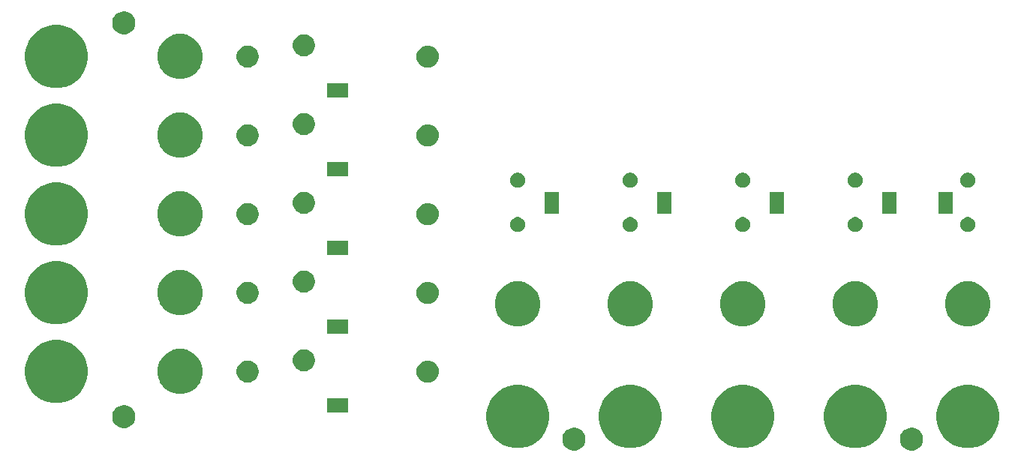
<source format=gbr>
G04 #@! TF.GenerationSoftware,KiCad,Pcbnew,(5.1.4)-1*
G04 #@! TF.CreationDate,2019-09-01T08:56:02+10:00*
G04 #@! TF.ProjectId,RGB BNC,52474220-424e-4432-9e6b-696361645f70,rev?*
G04 #@! TF.SameCoordinates,Original*
G04 #@! TF.FileFunction,Soldermask,Top*
G04 #@! TF.FilePolarity,Negative*
%FSLAX46Y46*%
G04 Gerber Fmt 4.6, Leading zero omitted, Abs format (unit mm)*
G04 Created by KiCad (PCBNEW (5.1.4)-1) date 2019-09-01 08:56:02*
%MOMM*%
%LPD*%
G04 APERTURE LIST*
%ADD10C,0.100000*%
G04 APERTURE END LIST*
D10*
G36*
X155319487Y-121938996D02*
G01*
X155556253Y-122037068D01*
X155556255Y-122037069D01*
X155660142Y-122106484D01*
X155769339Y-122179447D01*
X155950553Y-122360661D01*
X156092932Y-122573747D01*
X156191004Y-122810513D01*
X156241000Y-123061861D01*
X156241000Y-123318139D01*
X156191004Y-123569487D01*
X156147435Y-123674671D01*
X156092931Y-123806255D01*
X155950553Y-124019339D01*
X155769339Y-124200553D01*
X155556255Y-124342931D01*
X155556254Y-124342932D01*
X155556253Y-124342932D01*
X155319487Y-124441004D01*
X155068139Y-124491000D01*
X154811861Y-124491000D01*
X154560513Y-124441004D01*
X154323747Y-124342932D01*
X154323746Y-124342932D01*
X154323745Y-124342931D01*
X154110661Y-124200553D01*
X153929447Y-124019339D01*
X153787069Y-123806255D01*
X153732565Y-123674671D01*
X153688996Y-123569487D01*
X153639000Y-123318139D01*
X153639000Y-123061861D01*
X153688996Y-122810513D01*
X153787068Y-122573747D01*
X153929447Y-122360661D01*
X154110661Y-122179447D01*
X154219858Y-122106484D01*
X154323745Y-122037069D01*
X154323747Y-122037068D01*
X154560513Y-121938996D01*
X154811861Y-121889000D01*
X155068139Y-121889000D01*
X155319487Y-121938996D01*
X155319487Y-121938996D01*
G37*
G36*
X117219487Y-121938996D02*
G01*
X117456253Y-122037068D01*
X117456255Y-122037069D01*
X117560142Y-122106484D01*
X117669339Y-122179447D01*
X117850553Y-122360661D01*
X117992932Y-122573747D01*
X118091004Y-122810513D01*
X118141000Y-123061861D01*
X118141000Y-123318139D01*
X118091004Y-123569487D01*
X118047435Y-123674671D01*
X117992931Y-123806255D01*
X117850553Y-124019339D01*
X117669339Y-124200553D01*
X117456255Y-124342931D01*
X117456254Y-124342932D01*
X117456253Y-124342932D01*
X117219487Y-124441004D01*
X116968139Y-124491000D01*
X116711861Y-124491000D01*
X116460513Y-124441004D01*
X116223747Y-124342932D01*
X116223746Y-124342932D01*
X116223745Y-124342931D01*
X116010661Y-124200553D01*
X115829447Y-124019339D01*
X115687069Y-123806255D01*
X115632565Y-123674671D01*
X115588996Y-123569487D01*
X115539000Y-123318139D01*
X115539000Y-123061861D01*
X115588996Y-122810513D01*
X115687068Y-122573747D01*
X115829447Y-122360661D01*
X116010661Y-122179447D01*
X116119858Y-122106484D01*
X116223745Y-122037069D01*
X116223747Y-122037068D01*
X116460513Y-121938996D01*
X116711861Y-121889000D01*
X116968139Y-121889000D01*
X117219487Y-121938996D01*
X117219487Y-121938996D01*
G37*
G36*
X124225787Y-117235462D02*
G01*
X124265781Y-117252028D01*
X124872029Y-117503144D01*
X125453631Y-117891758D01*
X125948242Y-118386369D01*
X126336856Y-118967971D01*
X126451541Y-119244845D01*
X126604538Y-119614213D01*
X126741000Y-120300256D01*
X126741000Y-120999744D01*
X126604538Y-121685787D01*
X126604537Y-121685789D01*
X126336856Y-122332029D01*
X125948242Y-122913631D01*
X125453631Y-123408242D01*
X124872029Y-123796856D01*
X124415068Y-123986135D01*
X124225787Y-124064538D01*
X123539744Y-124201000D01*
X122840256Y-124201000D01*
X122154213Y-124064538D01*
X121964932Y-123986135D01*
X121507971Y-123796856D01*
X120926369Y-123408242D01*
X120431758Y-122913631D01*
X120043144Y-122332029D01*
X119775463Y-121685789D01*
X119775462Y-121685787D01*
X119639000Y-120999744D01*
X119639000Y-120300256D01*
X119775462Y-119614213D01*
X119928459Y-119244845D01*
X120043144Y-118967971D01*
X120431758Y-118386369D01*
X120926369Y-117891758D01*
X121507971Y-117503144D01*
X122114219Y-117252028D01*
X122154213Y-117235462D01*
X122840256Y-117099000D01*
X123539744Y-117099000D01*
X124225787Y-117235462D01*
X124225787Y-117235462D01*
G37*
G36*
X111525787Y-117235462D02*
G01*
X111565781Y-117252028D01*
X112172029Y-117503144D01*
X112753631Y-117891758D01*
X113248242Y-118386369D01*
X113636856Y-118967971D01*
X113751541Y-119244845D01*
X113904538Y-119614213D01*
X114041000Y-120300256D01*
X114041000Y-120999744D01*
X113904538Y-121685787D01*
X113904537Y-121685789D01*
X113636856Y-122332029D01*
X113248242Y-122913631D01*
X112753631Y-123408242D01*
X112172029Y-123796856D01*
X111715068Y-123986135D01*
X111525787Y-124064538D01*
X110839744Y-124201000D01*
X110140256Y-124201000D01*
X109454213Y-124064538D01*
X109264932Y-123986135D01*
X108807971Y-123796856D01*
X108226369Y-123408242D01*
X107731758Y-122913631D01*
X107343144Y-122332029D01*
X107075463Y-121685789D01*
X107075462Y-121685787D01*
X106939000Y-120999744D01*
X106939000Y-120300256D01*
X107075462Y-119614213D01*
X107228459Y-119244845D01*
X107343144Y-118967971D01*
X107731758Y-118386369D01*
X108226369Y-117891758D01*
X108807971Y-117503144D01*
X109414219Y-117252028D01*
X109454213Y-117235462D01*
X110140256Y-117099000D01*
X110839744Y-117099000D01*
X111525787Y-117235462D01*
X111525787Y-117235462D01*
G37*
G36*
X162325787Y-117235462D02*
G01*
X162365781Y-117252028D01*
X162972029Y-117503144D01*
X163553631Y-117891758D01*
X164048242Y-118386369D01*
X164436856Y-118967971D01*
X164551541Y-119244845D01*
X164704538Y-119614213D01*
X164841000Y-120300256D01*
X164841000Y-120999744D01*
X164704538Y-121685787D01*
X164704537Y-121685789D01*
X164436856Y-122332029D01*
X164048242Y-122913631D01*
X163553631Y-123408242D01*
X162972029Y-123796856D01*
X162515068Y-123986135D01*
X162325787Y-124064538D01*
X161639744Y-124201000D01*
X160940256Y-124201000D01*
X160254213Y-124064538D01*
X160064932Y-123986135D01*
X159607971Y-123796856D01*
X159026369Y-123408242D01*
X158531758Y-122913631D01*
X158143144Y-122332029D01*
X157875463Y-121685789D01*
X157875462Y-121685787D01*
X157739000Y-120999744D01*
X157739000Y-120300256D01*
X157875462Y-119614213D01*
X158028459Y-119244845D01*
X158143144Y-118967971D01*
X158531758Y-118386369D01*
X159026369Y-117891758D01*
X159607971Y-117503144D01*
X160214219Y-117252028D01*
X160254213Y-117235462D01*
X160940256Y-117099000D01*
X161639744Y-117099000D01*
X162325787Y-117235462D01*
X162325787Y-117235462D01*
G37*
G36*
X149625787Y-117235462D02*
G01*
X149665781Y-117252028D01*
X150272029Y-117503144D01*
X150853631Y-117891758D01*
X151348242Y-118386369D01*
X151736856Y-118967971D01*
X151851541Y-119244845D01*
X152004538Y-119614213D01*
X152141000Y-120300256D01*
X152141000Y-120999744D01*
X152004538Y-121685787D01*
X152004537Y-121685789D01*
X151736856Y-122332029D01*
X151348242Y-122913631D01*
X150853631Y-123408242D01*
X150272029Y-123796856D01*
X149815068Y-123986135D01*
X149625787Y-124064538D01*
X148939744Y-124201000D01*
X148240256Y-124201000D01*
X147554213Y-124064538D01*
X147364932Y-123986135D01*
X146907971Y-123796856D01*
X146326369Y-123408242D01*
X145831758Y-122913631D01*
X145443144Y-122332029D01*
X145175463Y-121685789D01*
X145175462Y-121685787D01*
X145039000Y-120999744D01*
X145039000Y-120300256D01*
X145175462Y-119614213D01*
X145328459Y-119244845D01*
X145443144Y-118967971D01*
X145831758Y-118386369D01*
X146326369Y-117891758D01*
X146907971Y-117503144D01*
X147514219Y-117252028D01*
X147554213Y-117235462D01*
X148240256Y-117099000D01*
X148939744Y-117099000D01*
X149625787Y-117235462D01*
X149625787Y-117235462D01*
G37*
G36*
X136925787Y-117235462D02*
G01*
X136965781Y-117252028D01*
X137572029Y-117503144D01*
X138153631Y-117891758D01*
X138648242Y-118386369D01*
X139036856Y-118967971D01*
X139151541Y-119244845D01*
X139304538Y-119614213D01*
X139441000Y-120300256D01*
X139441000Y-120999744D01*
X139304538Y-121685787D01*
X139304537Y-121685789D01*
X139036856Y-122332029D01*
X138648242Y-122913631D01*
X138153631Y-123408242D01*
X137572029Y-123796856D01*
X137115068Y-123986135D01*
X136925787Y-124064538D01*
X136239744Y-124201000D01*
X135540256Y-124201000D01*
X134854213Y-124064538D01*
X134664932Y-123986135D01*
X134207971Y-123796856D01*
X133626369Y-123408242D01*
X133131758Y-122913631D01*
X132743144Y-122332029D01*
X132475463Y-121685789D01*
X132475462Y-121685787D01*
X132339000Y-120999744D01*
X132339000Y-120300256D01*
X132475462Y-119614213D01*
X132628459Y-119244845D01*
X132743144Y-118967971D01*
X133131758Y-118386369D01*
X133626369Y-117891758D01*
X134207971Y-117503144D01*
X134814219Y-117252028D01*
X134854213Y-117235462D01*
X135540256Y-117099000D01*
X136239744Y-117099000D01*
X136925787Y-117235462D01*
X136925787Y-117235462D01*
G37*
G36*
X66419487Y-119398996D02*
G01*
X66656253Y-119497068D01*
X66656255Y-119497069D01*
X66831571Y-119614211D01*
X66869339Y-119639447D01*
X67050553Y-119820661D01*
X67192932Y-120033747D01*
X67291004Y-120270513D01*
X67341000Y-120521861D01*
X67341000Y-120778139D01*
X67291004Y-121029487D01*
X67282643Y-121049671D01*
X67192931Y-121266255D01*
X67050553Y-121479339D01*
X66869339Y-121660553D01*
X66656255Y-121802931D01*
X66656254Y-121802932D01*
X66656253Y-121802932D01*
X66419487Y-121901004D01*
X66168139Y-121951000D01*
X65911861Y-121951000D01*
X65660513Y-121901004D01*
X65423747Y-121802932D01*
X65423746Y-121802932D01*
X65423745Y-121802931D01*
X65210661Y-121660553D01*
X65029447Y-121479339D01*
X64887069Y-121266255D01*
X64797357Y-121049671D01*
X64788996Y-121029487D01*
X64739000Y-120778139D01*
X64739000Y-120521861D01*
X64788996Y-120270513D01*
X64887068Y-120033747D01*
X65029447Y-119820661D01*
X65210661Y-119639447D01*
X65248429Y-119614211D01*
X65423745Y-119497069D01*
X65423747Y-119497068D01*
X65660513Y-119398996D01*
X65911861Y-119349000D01*
X66168139Y-119349000D01*
X66419487Y-119398996D01*
X66419487Y-119398996D01*
G37*
G36*
X91371000Y-120181000D02*
G01*
X88969000Y-120181000D01*
X88969000Y-118579000D01*
X91371000Y-118579000D01*
X91371000Y-120181000D01*
X91371000Y-120181000D01*
G37*
G36*
X59455787Y-112155462D02*
G01*
X59455790Y-112155463D01*
X59455789Y-112155463D01*
X60102029Y-112423144D01*
X60683631Y-112811758D01*
X61178242Y-113306369D01*
X61566856Y-113887971D01*
X61681541Y-114164845D01*
X61834538Y-114534213D01*
X61971000Y-115220256D01*
X61971000Y-115919744D01*
X61834538Y-116605787D01*
X61804369Y-116678622D01*
X61566856Y-117252029D01*
X61178242Y-117833631D01*
X60683631Y-118328242D01*
X60102029Y-118716856D01*
X60023400Y-118749425D01*
X59455787Y-118984538D01*
X58769744Y-119121000D01*
X58070256Y-119121000D01*
X57384213Y-118984538D01*
X56816600Y-118749425D01*
X56737971Y-118716856D01*
X56156369Y-118328242D01*
X55661758Y-117833631D01*
X55273144Y-117252029D01*
X55035631Y-116678622D01*
X55005462Y-116605787D01*
X54869000Y-115919744D01*
X54869000Y-115220256D01*
X55005462Y-114534213D01*
X55158459Y-114164845D01*
X55273144Y-113887971D01*
X55661758Y-113306369D01*
X56156369Y-112811758D01*
X56737971Y-112423144D01*
X57384211Y-112155463D01*
X57384210Y-112155463D01*
X57384213Y-112155462D01*
X58070256Y-112019000D01*
X58769744Y-112019000D01*
X59455787Y-112155462D01*
X59455787Y-112155462D01*
G37*
G36*
X73134098Y-113117033D02*
G01*
X73591199Y-113306370D01*
X73598352Y-113309333D01*
X74016168Y-113588509D01*
X74371491Y-113943832D01*
X74542493Y-114199755D01*
X74650668Y-114361650D01*
X74842967Y-114825902D01*
X74941000Y-115318747D01*
X74941000Y-115821253D01*
X74842967Y-116314098D01*
X74691976Y-116678623D01*
X74650667Y-116778352D01*
X74371491Y-117196168D01*
X74016168Y-117551491D01*
X73598352Y-117830667D01*
X73598351Y-117830668D01*
X73598350Y-117830668D01*
X73134098Y-118022967D01*
X72641253Y-118121000D01*
X72138747Y-118121000D01*
X71645902Y-118022967D01*
X71181650Y-117830668D01*
X71181649Y-117830668D01*
X71181648Y-117830667D01*
X70763832Y-117551491D01*
X70408509Y-117196168D01*
X70129333Y-116778352D01*
X70088024Y-116678623D01*
X69937033Y-116314098D01*
X69839000Y-115821253D01*
X69839000Y-115318747D01*
X69937033Y-114825902D01*
X70129332Y-114361650D01*
X70237507Y-114199755D01*
X70408509Y-113943832D01*
X70763832Y-113588509D01*
X71181648Y-113309333D01*
X71188801Y-113306370D01*
X71645902Y-113117033D01*
X72138747Y-113019000D01*
X72641253Y-113019000D01*
X73134098Y-113117033D01*
X73134098Y-113117033D01*
G37*
G36*
X100575239Y-114337101D02*
G01*
X100811053Y-114408634D01*
X101028381Y-114524799D01*
X101218871Y-114681129D01*
X101375201Y-114871619D01*
X101491366Y-115088947D01*
X101562899Y-115324761D01*
X101587053Y-115570000D01*
X101562899Y-115815239D01*
X101491366Y-116051053D01*
X101375201Y-116268381D01*
X101218871Y-116458871D01*
X101028381Y-116615201D01*
X100811053Y-116731366D01*
X100575239Y-116802899D01*
X100391457Y-116821000D01*
X100268543Y-116821000D01*
X100084761Y-116802899D01*
X99848947Y-116731366D01*
X99631619Y-116615201D01*
X99441129Y-116458871D01*
X99284799Y-116268381D01*
X99168634Y-116051053D01*
X99097101Y-115815239D01*
X99072947Y-115570000D01*
X99097101Y-115324761D01*
X99168634Y-115088947D01*
X99284799Y-114871619D01*
X99441129Y-114681129D01*
X99631619Y-114524799D01*
X99848947Y-114408634D01*
X100084761Y-114337101D01*
X100268543Y-114319000D01*
X100391457Y-114319000D01*
X100575239Y-114337101D01*
X100575239Y-114337101D01*
G37*
G36*
X80374903Y-114367075D02*
G01*
X80510433Y-114423213D01*
X80602571Y-114461378D01*
X80807466Y-114598285D01*
X80981715Y-114772534D01*
X81118622Y-114977429D01*
X81212925Y-115205097D01*
X81261000Y-115446787D01*
X81261000Y-115693213D01*
X81212925Y-115934903D01*
X81118622Y-116162571D01*
X80981715Y-116367466D01*
X80807466Y-116541715D01*
X80602571Y-116678622D01*
X80602570Y-116678623D01*
X80602569Y-116678623D01*
X80374903Y-116772925D01*
X80133214Y-116821000D01*
X79886786Y-116821000D01*
X79645097Y-116772925D01*
X79417431Y-116678623D01*
X79417430Y-116678623D01*
X79417429Y-116678622D01*
X79212534Y-116541715D01*
X79038285Y-116367466D01*
X78901378Y-116162571D01*
X78807075Y-115934903D01*
X78759000Y-115693213D01*
X78759000Y-115446787D01*
X78807075Y-115205097D01*
X78901378Y-114977429D01*
X79038285Y-114772534D01*
X79212534Y-114598285D01*
X79417429Y-114461378D01*
X79509568Y-114423213D01*
X79645097Y-114367075D01*
X79886786Y-114319000D01*
X80133214Y-114319000D01*
X80374903Y-114367075D01*
X80374903Y-114367075D01*
G37*
G36*
X86621727Y-113076552D02*
G01*
X86724903Y-113097075D01*
X86952571Y-113191378D01*
X87157466Y-113328285D01*
X87331715Y-113502534D01*
X87443228Y-113669425D01*
X87468623Y-113707431D01*
X87562925Y-113935097D01*
X87611000Y-114176786D01*
X87611000Y-114423214D01*
X87562925Y-114664903D01*
X87468622Y-114892571D01*
X87331715Y-115097466D01*
X87157466Y-115271715D01*
X86952571Y-115408622D01*
X86952570Y-115408623D01*
X86952569Y-115408623D01*
X86724903Y-115502925D01*
X86483214Y-115551000D01*
X86236786Y-115551000D01*
X85995097Y-115502925D01*
X85767431Y-115408623D01*
X85767430Y-115408623D01*
X85767429Y-115408622D01*
X85562534Y-115271715D01*
X85388285Y-115097466D01*
X85251378Y-114892571D01*
X85157075Y-114664903D01*
X85109000Y-114423214D01*
X85109000Y-114176786D01*
X85157075Y-113935097D01*
X85251377Y-113707431D01*
X85276772Y-113669425D01*
X85388285Y-113502534D01*
X85562534Y-113328285D01*
X85767429Y-113191378D01*
X85995097Y-113097075D01*
X86098273Y-113076552D01*
X86236786Y-113049000D01*
X86483214Y-113049000D01*
X86621727Y-113076552D01*
X86621727Y-113076552D01*
G37*
G36*
X91371000Y-111291000D02*
G01*
X88969000Y-111291000D01*
X88969000Y-109689000D01*
X91371000Y-109689000D01*
X91371000Y-111291000D01*
X91371000Y-111291000D01*
G37*
G36*
X149334098Y-105497033D02*
G01*
X149798350Y-105689332D01*
X149798352Y-105689333D01*
X150216168Y-105968509D01*
X150571491Y-106323832D01*
X150850667Y-106741648D01*
X150850668Y-106741650D01*
X151042967Y-107205902D01*
X151141000Y-107698747D01*
X151141000Y-108201253D01*
X151042967Y-108694098D01*
X150861182Y-109132966D01*
X150850667Y-109158352D01*
X150571491Y-109576168D01*
X150216168Y-109931491D01*
X149798352Y-110210667D01*
X149798351Y-110210668D01*
X149798350Y-110210668D01*
X149334098Y-110402967D01*
X148841253Y-110501000D01*
X148338747Y-110501000D01*
X147845902Y-110402967D01*
X147381650Y-110210668D01*
X147381649Y-110210668D01*
X147381648Y-110210667D01*
X146963832Y-109931491D01*
X146608509Y-109576168D01*
X146329333Y-109158352D01*
X146318818Y-109132966D01*
X146137033Y-108694098D01*
X146039000Y-108201253D01*
X146039000Y-107698747D01*
X146137033Y-107205902D01*
X146329332Y-106741650D01*
X146329333Y-106741648D01*
X146608509Y-106323832D01*
X146963832Y-105968509D01*
X147381648Y-105689333D01*
X147381650Y-105689332D01*
X147845902Y-105497033D01*
X148338747Y-105399000D01*
X148841253Y-105399000D01*
X149334098Y-105497033D01*
X149334098Y-105497033D01*
G37*
G36*
X111234098Y-105497033D02*
G01*
X111698350Y-105689332D01*
X111698352Y-105689333D01*
X112116168Y-105968509D01*
X112471491Y-106323832D01*
X112750667Y-106741648D01*
X112750668Y-106741650D01*
X112942967Y-107205902D01*
X113041000Y-107698747D01*
X113041000Y-108201253D01*
X112942967Y-108694098D01*
X112761182Y-109132966D01*
X112750667Y-109158352D01*
X112471491Y-109576168D01*
X112116168Y-109931491D01*
X111698352Y-110210667D01*
X111698351Y-110210668D01*
X111698350Y-110210668D01*
X111234098Y-110402967D01*
X110741253Y-110501000D01*
X110238747Y-110501000D01*
X109745902Y-110402967D01*
X109281650Y-110210668D01*
X109281649Y-110210668D01*
X109281648Y-110210667D01*
X108863832Y-109931491D01*
X108508509Y-109576168D01*
X108229333Y-109158352D01*
X108218818Y-109132966D01*
X108037033Y-108694098D01*
X107939000Y-108201253D01*
X107939000Y-107698747D01*
X108037033Y-107205902D01*
X108229332Y-106741650D01*
X108229333Y-106741648D01*
X108508509Y-106323832D01*
X108863832Y-105968509D01*
X109281648Y-105689333D01*
X109281650Y-105689332D01*
X109745902Y-105497033D01*
X110238747Y-105399000D01*
X110741253Y-105399000D01*
X111234098Y-105497033D01*
X111234098Y-105497033D01*
G37*
G36*
X123934098Y-105497033D02*
G01*
X124398350Y-105689332D01*
X124398352Y-105689333D01*
X124816168Y-105968509D01*
X125171491Y-106323832D01*
X125450667Y-106741648D01*
X125450668Y-106741650D01*
X125642967Y-107205902D01*
X125741000Y-107698747D01*
X125741000Y-108201253D01*
X125642967Y-108694098D01*
X125461182Y-109132966D01*
X125450667Y-109158352D01*
X125171491Y-109576168D01*
X124816168Y-109931491D01*
X124398352Y-110210667D01*
X124398351Y-110210668D01*
X124398350Y-110210668D01*
X123934098Y-110402967D01*
X123441253Y-110501000D01*
X122938747Y-110501000D01*
X122445902Y-110402967D01*
X121981650Y-110210668D01*
X121981649Y-110210668D01*
X121981648Y-110210667D01*
X121563832Y-109931491D01*
X121208509Y-109576168D01*
X120929333Y-109158352D01*
X120918818Y-109132966D01*
X120737033Y-108694098D01*
X120639000Y-108201253D01*
X120639000Y-107698747D01*
X120737033Y-107205902D01*
X120929332Y-106741650D01*
X120929333Y-106741648D01*
X121208509Y-106323832D01*
X121563832Y-105968509D01*
X121981648Y-105689333D01*
X121981650Y-105689332D01*
X122445902Y-105497033D01*
X122938747Y-105399000D01*
X123441253Y-105399000D01*
X123934098Y-105497033D01*
X123934098Y-105497033D01*
G37*
G36*
X136634098Y-105497033D02*
G01*
X137098350Y-105689332D01*
X137098352Y-105689333D01*
X137516168Y-105968509D01*
X137871491Y-106323832D01*
X138150667Y-106741648D01*
X138150668Y-106741650D01*
X138342967Y-107205902D01*
X138441000Y-107698747D01*
X138441000Y-108201253D01*
X138342967Y-108694098D01*
X138161182Y-109132966D01*
X138150667Y-109158352D01*
X137871491Y-109576168D01*
X137516168Y-109931491D01*
X137098352Y-110210667D01*
X137098351Y-110210668D01*
X137098350Y-110210668D01*
X136634098Y-110402967D01*
X136141253Y-110501000D01*
X135638747Y-110501000D01*
X135145902Y-110402967D01*
X134681650Y-110210668D01*
X134681649Y-110210668D01*
X134681648Y-110210667D01*
X134263832Y-109931491D01*
X133908509Y-109576168D01*
X133629333Y-109158352D01*
X133618818Y-109132966D01*
X133437033Y-108694098D01*
X133339000Y-108201253D01*
X133339000Y-107698747D01*
X133437033Y-107205902D01*
X133629332Y-106741650D01*
X133629333Y-106741648D01*
X133908509Y-106323832D01*
X134263832Y-105968509D01*
X134681648Y-105689333D01*
X134681650Y-105689332D01*
X135145902Y-105497033D01*
X135638747Y-105399000D01*
X136141253Y-105399000D01*
X136634098Y-105497033D01*
X136634098Y-105497033D01*
G37*
G36*
X162034098Y-105497033D02*
G01*
X162498350Y-105689332D01*
X162498352Y-105689333D01*
X162916168Y-105968509D01*
X163271491Y-106323832D01*
X163550667Y-106741648D01*
X163550668Y-106741650D01*
X163742967Y-107205902D01*
X163841000Y-107698747D01*
X163841000Y-108201253D01*
X163742967Y-108694098D01*
X163561182Y-109132966D01*
X163550667Y-109158352D01*
X163271491Y-109576168D01*
X162916168Y-109931491D01*
X162498352Y-110210667D01*
X162498351Y-110210668D01*
X162498350Y-110210668D01*
X162034098Y-110402967D01*
X161541253Y-110501000D01*
X161038747Y-110501000D01*
X160545902Y-110402967D01*
X160081650Y-110210668D01*
X160081649Y-110210668D01*
X160081648Y-110210667D01*
X159663832Y-109931491D01*
X159308509Y-109576168D01*
X159029333Y-109158352D01*
X159018818Y-109132966D01*
X158837033Y-108694098D01*
X158739000Y-108201253D01*
X158739000Y-107698747D01*
X158837033Y-107205902D01*
X159029332Y-106741650D01*
X159029333Y-106741648D01*
X159308509Y-106323832D01*
X159663832Y-105968509D01*
X160081648Y-105689333D01*
X160081650Y-105689332D01*
X160545902Y-105497033D01*
X161038747Y-105399000D01*
X161541253Y-105399000D01*
X162034098Y-105497033D01*
X162034098Y-105497033D01*
G37*
G36*
X59455787Y-103265462D02*
G01*
X59455790Y-103265463D01*
X59455789Y-103265463D01*
X60102029Y-103533144D01*
X60683631Y-103921758D01*
X61178242Y-104416369D01*
X61566856Y-104997971D01*
X61681541Y-105274845D01*
X61834538Y-105644213D01*
X61971000Y-106330256D01*
X61971000Y-107029744D01*
X61834538Y-107715787D01*
X61826012Y-107736371D01*
X61566856Y-108362029D01*
X61178242Y-108943631D01*
X60683631Y-109438242D01*
X60102029Y-109826856D01*
X59645068Y-110016135D01*
X59455787Y-110094538D01*
X58769744Y-110231000D01*
X58070256Y-110231000D01*
X57384213Y-110094538D01*
X57194932Y-110016135D01*
X56737971Y-109826856D01*
X56156369Y-109438242D01*
X55661758Y-108943631D01*
X55273144Y-108362029D01*
X55013988Y-107736371D01*
X55005462Y-107715787D01*
X54869000Y-107029744D01*
X54869000Y-106330256D01*
X55005462Y-105644213D01*
X55158459Y-105274845D01*
X55273144Y-104997971D01*
X55661758Y-104416369D01*
X56156369Y-103921758D01*
X56737971Y-103533144D01*
X57384211Y-103265463D01*
X57384210Y-103265463D01*
X57384213Y-103265462D01*
X58070256Y-103129000D01*
X58769744Y-103129000D01*
X59455787Y-103265462D01*
X59455787Y-103265462D01*
G37*
G36*
X73134098Y-104227033D02*
G01*
X73591199Y-104416370D01*
X73598352Y-104419333D01*
X74016168Y-104698509D01*
X74371491Y-105053832D01*
X74542493Y-105309755D01*
X74650668Y-105471650D01*
X74842967Y-105935902D01*
X74941000Y-106428747D01*
X74941000Y-106931253D01*
X74842967Y-107424098D01*
X74691976Y-107788623D01*
X74650667Y-107888352D01*
X74371491Y-108306168D01*
X74016168Y-108661491D01*
X73598352Y-108940667D01*
X73598351Y-108940668D01*
X73598350Y-108940668D01*
X73134098Y-109132967D01*
X72641253Y-109231000D01*
X72138747Y-109231000D01*
X71645902Y-109132967D01*
X71181650Y-108940668D01*
X71181649Y-108940668D01*
X71181648Y-108940667D01*
X70763832Y-108661491D01*
X70408509Y-108306168D01*
X70129333Y-107888352D01*
X70088024Y-107788623D01*
X69937033Y-107424098D01*
X69839000Y-106931253D01*
X69839000Y-106428747D01*
X69937033Y-105935902D01*
X70129332Y-105471650D01*
X70237507Y-105309755D01*
X70408509Y-105053832D01*
X70763832Y-104698509D01*
X71181648Y-104419333D01*
X71188801Y-104416370D01*
X71645902Y-104227033D01*
X72138747Y-104129000D01*
X72641253Y-104129000D01*
X73134098Y-104227033D01*
X73134098Y-104227033D01*
G37*
G36*
X100575239Y-105447101D02*
G01*
X100811053Y-105518634D01*
X101028381Y-105634799D01*
X101218871Y-105791129D01*
X101375201Y-105981619D01*
X101491366Y-106198947D01*
X101562899Y-106434761D01*
X101587053Y-106680000D01*
X101562899Y-106925239D01*
X101491366Y-107161053D01*
X101375201Y-107378381D01*
X101218871Y-107568871D01*
X101028381Y-107725201D01*
X100811053Y-107841366D01*
X100575239Y-107912899D01*
X100391457Y-107931000D01*
X100268543Y-107931000D01*
X100084761Y-107912899D01*
X99848947Y-107841366D01*
X99631619Y-107725201D01*
X99441129Y-107568871D01*
X99284799Y-107378381D01*
X99168634Y-107161053D01*
X99097101Y-106925239D01*
X99072947Y-106680000D01*
X99097101Y-106434761D01*
X99168634Y-106198947D01*
X99284799Y-105981619D01*
X99441129Y-105791129D01*
X99631619Y-105634799D01*
X99848947Y-105518634D01*
X100084761Y-105447101D01*
X100268543Y-105429000D01*
X100391457Y-105429000D01*
X100575239Y-105447101D01*
X100575239Y-105447101D01*
G37*
G36*
X80374903Y-105477075D02*
G01*
X80510433Y-105533213D01*
X80602571Y-105571378D01*
X80807466Y-105708285D01*
X80981715Y-105882534D01*
X81118622Y-106087429D01*
X81118623Y-106087431D01*
X81212925Y-106315097D01*
X81261000Y-106556786D01*
X81261000Y-106803214D01*
X81215941Y-107029743D01*
X81212925Y-107044903D01*
X81118622Y-107272571D01*
X80981715Y-107477466D01*
X80807466Y-107651715D01*
X80602571Y-107788622D01*
X80602570Y-107788623D01*
X80602569Y-107788623D01*
X80374903Y-107882925D01*
X80133214Y-107931000D01*
X79886786Y-107931000D01*
X79645097Y-107882925D01*
X79417431Y-107788623D01*
X79417430Y-107788623D01*
X79417429Y-107788622D01*
X79212534Y-107651715D01*
X79038285Y-107477466D01*
X78901378Y-107272571D01*
X78807075Y-107044903D01*
X78804059Y-107029743D01*
X78759000Y-106803214D01*
X78759000Y-106556786D01*
X78807075Y-106315097D01*
X78901377Y-106087431D01*
X78901378Y-106087429D01*
X79038285Y-105882534D01*
X79212534Y-105708285D01*
X79417429Y-105571378D01*
X79509568Y-105533213D01*
X79645097Y-105477075D01*
X79886786Y-105429000D01*
X80133214Y-105429000D01*
X80374903Y-105477075D01*
X80374903Y-105477075D01*
G37*
G36*
X86621727Y-104186552D02*
G01*
X86724903Y-104207075D01*
X86952571Y-104301378D01*
X87157466Y-104438285D01*
X87331715Y-104612534D01*
X87443228Y-104779425D01*
X87468623Y-104817431D01*
X87562925Y-105045097D01*
X87611000Y-105286786D01*
X87611000Y-105533214D01*
X87562925Y-105774903D01*
X87468622Y-106002571D01*
X87331715Y-106207466D01*
X87157466Y-106381715D01*
X86952571Y-106518622D01*
X86952570Y-106518623D01*
X86952569Y-106518623D01*
X86724903Y-106612925D01*
X86483214Y-106661000D01*
X86236786Y-106661000D01*
X85995097Y-106612925D01*
X85767431Y-106518623D01*
X85767430Y-106518623D01*
X85767429Y-106518622D01*
X85562534Y-106381715D01*
X85388285Y-106207466D01*
X85251378Y-106002571D01*
X85157075Y-105774903D01*
X85109000Y-105533214D01*
X85109000Y-105286786D01*
X85157075Y-105045097D01*
X85251377Y-104817431D01*
X85276772Y-104779425D01*
X85388285Y-104612534D01*
X85562534Y-104438285D01*
X85767429Y-104301378D01*
X85995097Y-104207075D01*
X86098273Y-104186552D01*
X86236786Y-104159000D01*
X86483214Y-104159000D01*
X86621727Y-104186552D01*
X86621727Y-104186552D01*
G37*
G36*
X91371000Y-102401000D02*
G01*
X88969000Y-102401000D01*
X88969000Y-100799000D01*
X91371000Y-100799000D01*
X91371000Y-102401000D01*
X91371000Y-102401000D01*
G37*
G36*
X59455787Y-94375462D02*
G01*
X59645068Y-94453865D01*
X60102029Y-94643144D01*
X60683631Y-95031758D01*
X61178242Y-95526369D01*
X61566856Y-96107971D01*
X61681541Y-96384845D01*
X61834538Y-96754213D01*
X61971000Y-97440256D01*
X61971000Y-98139744D01*
X61834538Y-98825787D01*
X61805378Y-98896185D01*
X61566856Y-99472029D01*
X61178242Y-100053631D01*
X60683631Y-100548242D01*
X60102029Y-100936856D01*
X59645068Y-101126135D01*
X59455787Y-101204538D01*
X58769744Y-101341000D01*
X58070256Y-101341000D01*
X57384213Y-101204538D01*
X57194932Y-101126135D01*
X56737971Y-100936856D01*
X56156369Y-100548242D01*
X55661758Y-100053631D01*
X55273144Y-99472029D01*
X55034622Y-98896185D01*
X55005462Y-98825787D01*
X54869000Y-98139744D01*
X54869000Y-97440256D01*
X55005462Y-96754213D01*
X55158459Y-96384845D01*
X55273144Y-96107971D01*
X55661758Y-95526369D01*
X56156369Y-95031758D01*
X56737971Y-94643144D01*
X57194932Y-94453865D01*
X57384213Y-94375462D01*
X58070256Y-94239000D01*
X58769744Y-94239000D01*
X59455787Y-94375462D01*
X59455787Y-94375462D01*
G37*
G36*
X73134098Y-95337033D02*
G01*
X73591199Y-95526370D01*
X73598352Y-95529333D01*
X74016168Y-95808509D01*
X74371491Y-96163832D01*
X74542493Y-96419755D01*
X74650668Y-96581650D01*
X74842967Y-97045902D01*
X74941000Y-97538747D01*
X74941000Y-98041253D01*
X74842967Y-98534098D01*
X74691976Y-98898623D01*
X74650667Y-98998352D01*
X74371491Y-99416168D01*
X74016168Y-99771491D01*
X73598352Y-100050667D01*
X73598351Y-100050668D01*
X73598350Y-100050668D01*
X73134098Y-100242967D01*
X72641253Y-100341000D01*
X72138747Y-100341000D01*
X71645902Y-100242967D01*
X71181650Y-100050668D01*
X71181649Y-100050668D01*
X71181648Y-100050667D01*
X70763832Y-99771491D01*
X70408509Y-99416168D01*
X70129333Y-98998352D01*
X70088024Y-98898623D01*
X69937033Y-98534098D01*
X69839000Y-98041253D01*
X69839000Y-97538747D01*
X69937033Y-97045902D01*
X70129332Y-96581650D01*
X70237507Y-96419755D01*
X70408509Y-96163832D01*
X70763832Y-95808509D01*
X71181648Y-95529333D01*
X71188801Y-95526370D01*
X71645902Y-95337033D01*
X72138747Y-95239000D01*
X72641253Y-95239000D01*
X73134098Y-95337033D01*
X73134098Y-95337033D01*
G37*
G36*
X123438228Y-98161703D02*
G01*
X123593100Y-98225853D01*
X123732481Y-98318985D01*
X123851015Y-98437519D01*
X123944147Y-98576900D01*
X124008297Y-98731772D01*
X124041000Y-98896184D01*
X124041000Y-99063816D01*
X124008297Y-99228228D01*
X123944147Y-99383100D01*
X123851015Y-99522481D01*
X123732481Y-99641015D01*
X123593100Y-99734147D01*
X123438228Y-99798297D01*
X123273816Y-99831000D01*
X123106184Y-99831000D01*
X122941772Y-99798297D01*
X122786900Y-99734147D01*
X122647519Y-99641015D01*
X122528985Y-99522481D01*
X122435853Y-99383100D01*
X122371703Y-99228228D01*
X122339000Y-99063816D01*
X122339000Y-98896184D01*
X122371703Y-98731772D01*
X122435853Y-98576900D01*
X122528985Y-98437519D01*
X122647519Y-98318985D01*
X122786900Y-98225853D01*
X122941772Y-98161703D01*
X123106184Y-98129000D01*
X123273816Y-98129000D01*
X123438228Y-98161703D01*
X123438228Y-98161703D01*
G37*
G36*
X148838228Y-98161703D02*
G01*
X148993100Y-98225853D01*
X149132481Y-98318985D01*
X149251015Y-98437519D01*
X149344147Y-98576900D01*
X149408297Y-98731772D01*
X149441000Y-98896184D01*
X149441000Y-99063816D01*
X149408297Y-99228228D01*
X149344147Y-99383100D01*
X149251015Y-99522481D01*
X149132481Y-99641015D01*
X148993100Y-99734147D01*
X148838228Y-99798297D01*
X148673816Y-99831000D01*
X148506184Y-99831000D01*
X148341772Y-99798297D01*
X148186900Y-99734147D01*
X148047519Y-99641015D01*
X147928985Y-99522481D01*
X147835853Y-99383100D01*
X147771703Y-99228228D01*
X147739000Y-99063816D01*
X147739000Y-98896184D01*
X147771703Y-98731772D01*
X147835853Y-98576900D01*
X147928985Y-98437519D01*
X148047519Y-98318985D01*
X148186900Y-98225853D01*
X148341772Y-98161703D01*
X148506184Y-98129000D01*
X148673816Y-98129000D01*
X148838228Y-98161703D01*
X148838228Y-98161703D01*
G37*
G36*
X110738228Y-98161703D02*
G01*
X110893100Y-98225853D01*
X111032481Y-98318985D01*
X111151015Y-98437519D01*
X111244147Y-98576900D01*
X111308297Y-98731772D01*
X111341000Y-98896184D01*
X111341000Y-99063816D01*
X111308297Y-99228228D01*
X111244147Y-99383100D01*
X111151015Y-99522481D01*
X111032481Y-99641015D01*
X110893100Y-99734147D01*
X110738228Y-99798297D01*
X110573816Y-99831000D01*
X110406184Y-99831000D01*
X110241772Y-99798297D01*
X110086900Y-99734147D01*
X109947519Y-99641015D01*
X109828985Y-99522481D01*
X109735853Y-99383100D01*
X109671703Y-99228228D01*
X109639000Y-99063816D01*
X109639000Y-98896184D01*
X109671703Y-98731772D01*
X109735853Y-98576900D01*
X109828985Y-98437519D01*
X109947519Y-98318985D01*
X110086900Y-98225853D01*
X110241772Y-98161703D01*
X110406184Y-98129000D01*
X110573816Y-98129000D01*
X110738228Y-98161703D01*
X110738228Y-98161703D01*
G37*
G36*
X136138228Y-98161703D02*
G01*
X136293100Y-98225853D01*
X136432481Y-98318985D01*
X136551015Y-98437519D01*
X136644147Y-98576900D01*
X136708297Y-98731772D01*
X136741000Y-98896184D01*
X136741000Y-99063816D01*
X136708297Y-99228228D01*
X136644147Y-99383100D01*
X136551015Y-99522481D01*
X136432481Y-99641015D01*
X136293100Y-99734147D01*
X136138228Y-99798297D01*
X135973816Y-99831000D01*
X135806184Y-99831000D01*
X135641772Y-99798297D01*
X135486900Y-99734147D01*
X135347519Y-99641015D01*
X135228985Y-99522481D01*
X135135853Y-99383100D01*
X135071703Y-99228228D01*
X135039000Y-99063816D01*
X135039000Y-98896184D01*
X135071703Y-98731772D01*
X135135853Y-98576900D01*
X135228985Y-98437519D01*
X135347519Y-98318985D01*
X135486900Y-98225853D01*
X135641772Y-98161703D01*
X135806184Y-98129000D01*
X135973816Y-98129000D01*
X136138228Y-98161703D01*
X136138228Y-98161703D01*
G37*
G36*
X161538228Y-98161703D02*
G01*
X161693100Y-98225853D01*
X161832481Y-98318985D01*
X161951015Y-98437519D01*
X162044147Y-98576900D01*
X162108297Y-98731772D01*
X162141000Y-98896184D01*
X162141000Y-99063816D01*
X162108297Y-99228228D01*
X162044147Y-99383100D01*
X161951015Y-99522481D01*
X161832481Y-99641015D01*
X161693100Y-99734147D01*
X161538228Y-99798297D01*
X161373816Y-99831000D01*
X161206184Y-99831000D01*
X161041772Y-99798297D01*
X160886900Y-99734147D01*
X160747519Y-99641015D01*
X160628985Y-99522481D01*
X160535853Y-99383100D01*
X160471703Y-99228228D01*
X160439000Y-99063816D01*
X160439000Y-98896184D01*
X160471703Y-98731772D01*
X160535853Y-98576900D01*
X160628985Y-98437519D01*
X160747519Y-98318985D01*
X160886900Y-98225853D01*
X161041772Y-98161703D01*
X161206184Y-98129000D01*
X161373816Y-98129000D01*
X161538228Y-98161703D01*
X161538228Y-98161703D01*
G37*
G36*
X100575239Y-96557101D02*
G01*
X100811053Y-96628634D01*
X101028381Y-96744799D01*
X101218871Y-96901129D01*
X101375201Y-97091619D01*
X101491366Y-97308947D01*
X101562899Y-97544761D01*
X101587053Y-97790000D01*
X101562899Y-98035239D01*
X101491366Y-98271053D01*
X101375201Y-98488381D01*
X101218871Y-98678871D01*
X101028381Y-98835201D01*
X100811053Y-98951366D01*
X100575239Y-99022899D01*
X100391457Y-99041000D01*
X100268543Y-99041000D01*
X100084761Y-99022899D01*
X99848947Y-98951366D01*
X99631619Y-98835201D01*
X99441129Y-98678871D01*
X99284799Y-98488381D01*
X99168634Y-98271053D01*
X99097101Y-98035239D01*
X99072947Y-97790000D01*
X99097101Y-97544761D01*
X99168634Y-97308947D01*
X99284799Y-97091619D01*
X99441129Y-96901129D01*
X99631619Y-96744799D01*
X99848947Y-96628634D01*
X100084761Y-96557101D01*
X100268543Y-96539000D01*
X100391457Y-96539000D01*
X100575239Y-96557101D01*
X100575239Y-96557101D01*
G37*
G36*
X80374903Y-96587075D02*
G01*
X80510433Y-96643213D01*
X80602571Y-96681378D01*
X80807466Y-96818285D01*
X80981715Y-96992534D01*
X81118622Y-97197429D01*
X81212925Y-97425097D01*
X81261000Y-97666787D01*
X81261000Y-97913213D01*
X81212925Y-98154903D01*
X81118622Y-98382571D01*
X80981715Y-98587466D01*
X80807466Y-98761715D01*
X80602571Y-98898622D01*
X80602570Y-98898623D01*
X80602569Y-98898623D01*
X80374903Y-98992925D01*
X80133214Y-99041000D01*
X79886786Y-99041000D01*
X79645097Y-98992925D01*
X79417431Y-98898623D01*
X79417430Y-98898623D01*
X79417429Y-98898622D01*
X79212534Y-98761715D01*
X79038285Y-98587466D01*
X78901378Y-98382571D01*
X78807075Y-98154903D01*
X78759000Y-97913213D01*
X78759000Y-97666787D01*
X78807075Y-97425097D01*
X78901378Y-97197429D01*
X79038285Y-96992534D01*
X79212534Y-96818285D01*
X79417429Y-96681378D01*
X79509568Y-96643213D01*
X79645097Y-96587075D01*
X79886786Y-96539000D01*
X80133214Y-96539000D01*
X80374903Y-96587075D01*
X80374903Y-96587075D01*
G37*
G36*
X86621727Y-95296552D02*
G01*
X86724903Y-95317075D01*
X86952571Y-95411378D01*
X87157466Y-95548285D01*
X87331715Y-95722534D01*
X87443228Y-95889425D01*
X87468623Y-95927431D01*
X87562925Y-96155097D01*
X87611000Y-96396786D01*
X87611000Y-96643214D01*
X87562925Y-96884903D01*
X87468622Y-97112571D01*
X87331715Y-97317466D01*
X87157466Y-97491715D01*
X86952571Y-97628622D01*
X86952570Y-97628623D01*
X86952569Y-97628623D01*
X86724903Y-97722925D01*
X86483214Y-97771000D01*
X86236786Y-97771000D01*
X85995097Y-97722925D01*
X85767431Y-97628623D01*
X85767430Y-97628623D01*
X85767429Y-97628622D01*
X85562534Y-97491715D01*
X85388285Y-97317466D01*
X85251378Y-97112571D01*
X85157075Y-96884903D01*
X85109000Y-96643214D01*
X85109000Y-96396786D01*
X85157075Y-96155097D01*
X85251377Y-95927431D01*
X85276772Y-95889425D01*
X85388285Y-95722534D01*
X85562534Y-95548285D01*
X85767429Y-95411378D01*
X85995097Y-95317075D01*
X86098273Y-95296552D01*
X86236786Y-95269000D01*
X86483214Y-95269000D01*
X86621727Y-95296552D01*
X86621727Y-95296552D01*
G37*
G36*
X153201000Y-97721000D02*
G01*
X151599000Y-97721000D01*
X151599000Y-95319000D01*
X153201000Y-95319000D01*
X153201000Y-97721000D01*
X153201000Y-97721000D01*
G37*
G36*
X159551000Y-97721000D02*
G01*
X157949000Y-97721000D01*
X157949000Y-95319000D01*
X159551000Y-95319000D01*
X159551000Y-97721000D01*
X159551000Y-97721000D01*
G37*
G36*
X127801000Y-97721000D02*
G01*
X126199000Y-97721000D01*
X126199000Y-95319000D01*
X127801000Y-95319000D01*
X127801000Y-97721000D01*
X127801000Y-97721000D01*
G37*
G36*
X115101000Y-97721000D02*
G01*
X113499000Y-97721000D01*
X113499000Y-95319000D01*
X115101000Y-95319000D01*
X115101000Y-97721000D01*
X115101000Y-97721000D01*
G37*
G36*
X140501000Y-97721000D02*
G01*
X138899000Y-97721000D01*
X138899000Y-95319000D01*
X140501000Y-95319000D01*
X140501000Y-97721000D01*
X140501000Y-97721000D01*
G37*
G36*
X123438228Y-93161703D02*
G01*
X123593100Y-93225853D01*
X123732481Y-93318985D01*
X123851015Y-93437519D01*
X123944147Y-93576900D01*
X124008297Y-93731772D01*
X124041000Y-93896184D01*
X124041000Y-94063816D01*
X124008297Y-94228228D01*
X123944147Y-94383100D01*
X123851015Y-94522481D01*
X123732481Y-94641015D01*
X123593100Y-94734147D01*
X123438228Y-94798297D01*
X123273816Y-94831000D01*
X123106184Y-94831000D01*
X122941772Y-94798297D01*
X122786900Y-94734147D01*
X122647519Y-94641015D01*
X122528985Y-94522481D01*
X122435853Y-94383100D01*
X122371703Y-94228228D01*
X122339000Y-94063816D01*
X122339000Y-93896184D01*
X122371703Y-93731772D01*
X122435853Y-93576900D01*
X122528985Y-93437519D01*
X122647519Y-93318985D01*
X122786900Y-93225853D01*
X122941772Y-93161703D01*
X123106184Y-93129000D01*
X123273816Y-93129000D01*
X123438228Y-93161703D01*
X123438228Y-93161703D01*
G37*
G36*
X148838228Y-93161703D02*
G01*
X148993100Y-93225853D01*
X149132481Y-93318985D01*
X149251015Y-93437519D01*
X149344147Y-93576900D01*
X149408297Y-93731772D01*
X149441000Y-93896184D01*
X149441000Y-94063816D01*
X149408297Y-94228228D01*
X149344147Y-94383100D01*
X149251015Y-94522481D01*
X149132481Y-94641015D01*
X148993100Y-94734147D01*
X148838228Y-94798297D01*
X148673816Y-94831000D01*
X148506184Y-94831000D01*
X148341772Y-94798297D01*
X148186900Y-94734147D01*
X148047519Y-94641015D01*
X147928985Y-94522481D01*
X147835853Y-94383100D01*
X147771703Y-94228228D01*
X147739000Y-94063816D01*
X147739000Y-93896184D01*
X147771703Y-93731772D01*
X147835853Y-93576900D01*
X147928985Y-93437519D01*
X148047519Y-93318985D01*
X148186900Y-93225853D01*
X148341772Y-93161703D01*
X148506184Y-93129000D01*
X148673816Y-93129000D01*
X148838228Y-93161703D01*
X148838228Y-93161703D01*
G37*
G36*
X136138228Y-93161703D02*
G01*
X136293100Y-93225853D01*
X136432481Y-93318985D01*
X136551015Y-93437519D01*
X136644147Y-93576900D01*
X136708297Y-93731772D01*
X136741000Y-93896184D01*
X136741000Y-94063816D01*
X136708297Y-94228228D01*
X136644147Y-94383100D01*
X136551015Y-94522481D01*
X136432481Y-94641015D01*
X136293100Y-94734147D01*
X136138228Y-94798297D01*
X135973816Y-94831000D01*
X135806184Y-94831000D01*
X135641772Y-94798297D01*
X135486900Y-94734147D01*
X135347519Y-94641015D01*
X135228985Y-94522481D01*
X135135853Y-94383100D01*
X135071703Y-94228228D01*
X135039000Y-94063816D01*
X135039000Y-93896184D01*
X135071703Y-93731772D01*
X135135853Y-93576900D01*
X135228985Y-93437519D01*
X135347519Y-93318985D01*
X135486900Y-93225853D01*
X135641772Y-93161703D01*
X135806184Y-93129000D01*
X135973816Y-93129000D01*
X136138228Y-93161703D01*
X136138228Y-93161703D01*
G37*
G36*
X110738228Y-93161703D02*
G01*
X110893100Y-93225853D01*
X111032481Y-93318985D01*
X111151015Y-93437519D01*
X111244147Y-93576900D01*
X111308297Y-93731772D01*
X111341000Y-93896184D01*
X111341000Y-94063816D01*
X111308297Y-94228228D01*
X111244147Y-94383100D01*
X111151015Y-94522481D01*
X111032481Y-94641015D01*
X110893100Y-94734147D01*
X110738228Y-94798297D01*
X110573816Y-94831000D01*
X110406184Y-94831000D01*
X110241772Y-94798297D01*
X110086900Y-94734147D01*
X109947519Y-94641015D01*
X109828985Y-94522481D01*
X109735853Y-94383100D01*
X109671703Y-94228228D01*
X109639000Y-94063816D01*
X109639000Y-93896184D01*
X109671703Y-93731772D01*
X109735853Y-93576900D01*
X109828985Y-93437519D01*
X109947519Y-93318985D01*
X110086900Y-93225853D01*
X110241772Y-93161703D01*
X110406184Y-93129000D01*
X110573816Y-93129000D01*
X110738228Y-93161703D01*
X110738228Y-93161703D01*
G37*
G36*
X161538228Y-93161703D02*
G01*
X161693100Y-93225853D01*
X161832481Y-93318985D01*
X161951015Y-93437519D01*
X162044147Y-93576900D01*
X162108297Y-93731772D01*
X162141000Y-93896184D01*
X162141000Y-94063816D01*
X162108297Y-94228228D01*
X162044147Y-94383100D01*
X161951015Y-94522481D01*
X161832481Y-94641015D01*
X161693100Y-94734147D01*
X161538228Y-94798297D01*
X161373816Y-94831000D01*
X161206184Y-94831000D01*
X161041772Y-94798297D01*
X160886900Y-94734147D01*
X160747519Y-94641015D01*
X160628985Y-94522481D01*
X160535853Y-94383100D01*
X160471703Y-94228228D01*
X160439000Y-94063816D01*
X160439000Y-93896184D01*
X160471703Y-93731772D01*
X160535853Y-93576900D01*
X160628985Y-93437519D01*
X160747519Y-93318985D01*
X160886900Y-93225853D01*
X161041772Y-93161703D01*
X161206184Y-93129000D01*
X161373816Y-93129000D01*
X161538228Y-93161703D01*
X161538228Y-93161703D01*
G37*
G36*
X91371000Y-93511000D02*
G01*
X88969000Y-93511000D01*
X88969000Y-91909000D01*
X91371000Y-91909000D01*
X91371000Y-93511000D01*
X91371000Y-93511000D01*
G37*
G36*
X59455787Y-85485462D02*
G01*
X59455790Y-85485463D01*
X59455789Y-85485463D01*
X60102029Y-85753144D01*
X60683631Y-86141758D01*
X61178242Y-86636369D01*
X61566856Y-87217971D01*
X61681541Y-87494845D01*
X61834538Y-87864213D01*
X61971000Y-88550256D01*
X61971000Y-89249744D01*
X61834538Y-89935787D01*
X61804369Y-90008622D01*
X61566856Y-90582029D01*
X61178242Y-91163631D01*
X60683631Y-91658242D01*
X60102029Y-92046856D01*
X59645068Y-92236135D01*
X59455787Y-92314538D01*
X58769744Y-92451000D01*
X58070256Y-92451000D01*
X57384213Y-92314538D01*
X57194932Y-92236135D01*
X56737971Y-92046856D01*
X56156369Y-91658242D01*
X55661758Y-91163631D01*
X55273144Y-90582029D01*
X55035631Y-90008622D01*
X55005462Y-89935787D01*
X54869000Y-89249744D01*
X54869000Y-88550256D01*
X55005462Y-87864213D01*
X55158459Y-87494845D01*
X55273144Y-87217971D01*
X55661758Y-86636369D01*
X56156369Y-86141758D01*
X56737971Y-85753144D01*
X57384211Y-85485463D01*
X57384210Y-85485463D01*
X57384213Y-85485462D01*
X58070256Y-85349000D01*
X58769744Y-85349000D01*
X59455787Y-85485462D01*
X59455787Y-85485462D01*
G37*
G36*
X73134098Y-86447033D02*
G01*
X73591199Y-86636370D01*
X73598352Y-86639333D01*
X74016168Y-86918509D01*
X74371491Y-87273832D01*
X74542493Y-87529755D01*
X74650668Y-87691650D01*
X74842967Y-88155902D01*
X74941000Y-88648747D01*
X74941000Y-89151253D01*
X74842967Y-89644098D01*
X74691976Y-90008623D01*
X74650667Y-90108352D01*
X74371491Y-90526168D01*
X74016168Y-90881491D01*
X73598352Y-91160667D01*
X73598351Y-91160668D01*
X73598350Y-91160668D01*
X73134098Y-91352967D01*
X72641253Y-91451000D01*
X72138747Y-91451000D01*
X71645902Y-91352967D01*
X71181650Y-91160668D01*
X71181649Y-91160668D01*
X71181648Y-91160667D01*
X70763832Y-90881491D01*
X70408509Y-90526168D01*
X70129333Y-90108352D01*
X70088024Y-90008623D01*
X69937033Y-89644098D01*
X69839000Y-89151253D01*
X69839000Y-88648747D01*
X69937033Y-88155902D01*
X70129332Y-87691650D01*
X70237507Y-87529755D01*
X70408509Y-87273832D01*
X70763832Y-86918509D01*
X71181648Y-86639333D01*
X71188801Y-86636370D01*
X71645902Y-86447033D01*
X72138747Y-86349000D01*
X72641253Y-86349000D01*
X73134098Y-86447033D01*
X73134098Y-86447033D01*
G37*
G36*
X80374903Y-87697075D02*
G01*
X80510433Y-87753213D01*
X80602571Y-87791378D01*
X80807466Y-87928285D01*
X80981715Y-88102534D01*
X81118622Y-88307429D01*
X81212925Y-88535097D01*
X81261000Y-88776787D01*
X81261000Y-89023213D01*
X81212925Y-89264903D01*
X81118622Y-89492571D01*
X80981715Y-89697466D01*
X80807466Y-89871715D01*
X80602571Y-90008622D01*
X80602570Y-90008623D01*
X80602569Y-90008623D01*
X80374903Y-90102925D01*
X80133214Y-90151000D01*
X79886786Y-90151000D01*
X79645097Y-90102925D01*
X79417431Y-90008623D01*
X79417430Y-90008623D01*
X79417429Y-90008622D01*
X79212534Y-89871715D01*
X79038285Y-89697466D01*
X78901378Y-89492571D01*
X78807075Y-89264903D01*
X78759000Y-89023213D01*
X78759000Y-88776787D01*
X78807075Y-88535097D01*
X78901378Y-88307429D01*
X79038285Y-88102534D01*
X79212534Y-87928285D01*
X79417429Y-87791378D01*
X79509568Y-87753213D01*
X79645097Y-87697075D01*
X79886786Y-87649000D01*
X80133214Y-87649000D01*
X80374903Y-87697075D01*
X80374903Y-87697075D01*
G37*
G36*
X100575239Y-87667101D02*
G01*
X100811053Y-87738634D01*
X101028381Y-87854799D01*
X101218871Y-88011129D01*
X101375201Y-88201619D01*
X101491366Y-88418947D01*
X101562899Y-88654761D01*
X101587053Y-88900000D01*
X101562899Y-89145239D01*
X101491366Y-89381053D01*
X101375201Y-89598381D01*
X101218871Y-89788871D01*
X101028381Y-89945201D01*
X100811053Y-90061366D01*
X100575239Y-90132899D01*
X100391457Y-90151000D01*
X100268543Y-90151000D01*
X100084761Y-90132899D01*
X99848947Y-90061366D01*
X99631619Y-89945201D01*
X99441129Y-89788871D01*
X99284799Y-89598381D01*
X99168634Y-89381053D01*
X99097101Y-89145239D01*
X99072947Y-88900000D01*
X99097101Y-88654761D01*
X99168634Y-88418947D01*
X99284799Y-88201619D01*
X99441129Y-88011129D01*
X99631619Y-87854799D01*
X99848947Y-87738634D01*
X100084761Y-87667101D01*
X100268543Y-87649000D01*
X100391457Y-87649000D01*
X100575239Y-87667101D01*
X100575239Y-87667101D01*
G37*
G36*
X86621727Y-86406552D02*
G01*
X86724903Y-86427075D01*
X86952571Y-86521378D01*
X87157466Y-86658285D01*
X87331715Y-86832534D01*
X87443228Y-86999425D01*
X87468623Y-87037431D01*
X87562925Y-87265097D01*
X87611000Y-87506786D01*
X87611000Y-87753214D01*
X87562925Y-87994903D01*
X87468622Y-88222571D01*
X87331715Y-88427466D01*
X87157466Y-88601715D01*
X86952571Y-88738622D01*
X86952570Y-88738623D01*
X86952569Y-88738623D01*
X86724903Y-88832925D01*
X86483214Y-88881000D01*
X86236786Y-88881000D01*
X85995097Y-88832925D01*
X85767431Y-88738623D01*
X85767430Y-88738623D01*
X85767429Y-88738622D01*
X85562534Y-88601715D01*
X85388285Y-88427466D01*
X85251378Y-88222571D01*
X85157075Y-87994903D01*
X85109000Y-87753214D01*
X85109000Y-87506786D01*
X85157075Y-87265097D01*
X85251377Y-87037431D01*
X85276772Y-86999425D01*
X85388285Y-86832534D01*
X85562534Y-86658285D01*
X85767429Y-86521378D01*
X85995097Y-86427075D01*
X86098273Y-86406552D01*
X86236786Y-86379000D01*
X86483214Y-86379000D01*
X86621727Y-86406552D01*
X86621727Y-86406552D01*
G37*
G36*
X91371000Y-84621000D02*
G01*
X88969000Y-84621000D01*
X88969000Y-83019000D01*
X91371000Y-83019000D01*
X91371000Y-84621000D01*
X91371000Y-84621000D01*
G37*
G36*
X59455787Y-76595462D02*
G01*
X59455790Y-76595463D01*
X59455789Y-76595463D01*
X60102029Y-76863144D01*
X60683631Y-77251758D01*
X61178242Y-77746369D01*
X61566856Y-78327971D01*
X61681541Y-78604845D01*
X61834538Y-78974213D01*
X61971000Y-79660256D01*
X61971000Y-80359744D01*
X61834538Y-81045787D01*
X61804369Y-81118622D01*
X61566856Y-81692029D01*
X61178242Y-82273631D01*
X60683631Y-82768242D01*
X60102029Y-83156856D01*
X59645068Y-83346135D01*
X59455787Y-83424538D01*
X58769744Y-83561000D01*
X58070256Y-83561000D01*
X57384213Y-83424538D01*
X57194932Y-83346135D01*
X56737971Y-83156856D01*
X56156369Y-82768242D01*
X55661758Y-82273631D01*
X55273144Y-81692029D01*
X55035631Y-81118622D01*
X55005462Y-81045787D01*
X54869000Y-80359744D01*
X54869000Y-79660256D01*
X55005462Y-78974213D01*
X55158459Y-78604845D01*
X55273144Y-78327971D01*
X55661758Y-77746369D01*
X56156369Y-77251758D01*
X56737971Y-76863144D01*
X57384211Y-76595463D01*
X57384210Y-76595463D01*
X57384213Y-76595462D01*
X58070256Y-76459000D01*
X58769744Y-76459000D01*
X59455787Y-76595462D01*
X59455787Y-76595462D01*
G37*
G36*
X73134098Y-77557033D02*
G01*
X73591199Y-77746370D01*
X73598352Y-77749333D01*
X74016168Y-78028509D01*
X74371491Y-78383832D01*
X74542493Y-78639755D01*
X74650668Y-78801650D01*
X74842967Y-79265902D01*
X74941000Y-79758747D01*
X74941000Y-80261253D01*
X74842967Y-80754098D01*
X74691976Y-81118623D01*
X74650667Y-81218352D01*
X74371491Y-81636168D01*
X74016168Y-81991491D01*
X73598352Y-82270667D01*
X73598351Y-82270668D01*
X73598350Y-82270668D01*
X73134098Y-82462967D01*
X72641253Y-82561000D01*
X72138747Y-82561000D01*
X71645902Y-82462967D01*
X71181650Y-82270668D01*
X71181649Y-82270668D01*
X71181648Y-82270667D01*
X70763832Y-81991491D01*
X70408509Y-81636168D01*
X70129333Y-81218352D01*
X70088024Y-81118623D01*
X69937033Y-80754098D01*
X69839000Y-80261253D01*
X69839000Y-79758747D01*
X69937033Y-79265902D01*
X70129332Y-78801650D01*
X70237507Y-78639755D01*
X70408509Y-78383832D01*
X70763832Y-78028509D01*
X71181648Y-77749333D01*
X71188801Y-77746370D01*
X71645902Y-77557033D01*
X72138747Y-77459000D01*
X72641253Y-77459000D01*
X73134098Y-77557033D01*
X73134098Y-77557033D01*
G37*
G36*
X80374903Y-78807075D02*
G01*
X80510433Y-78863213D01*
X80602571Y-78901378D01*
X80807466Y-79038285D01*
X80981715Y-79212534D01*
X81118622Y-79417429D01*
X81212925Y-79645097D01*
X81261000Y-79886787D01*
X81261000Y-80133213D01*
X81212925Y-80374903D01*
X81118622Y-80602571D01*
X80981715Y-80807466D01*
X80807466Y-80981715D01*
X80602571Y-81118622D01*
X80602570Y-81118623D01*
X80602569Y-81118623D01*
X80374903Y-81212925D01*
X80133214Y-81261000D01*
X79886786Y-81261000D01*
X79645097Y-81212925D01*
X79417431Y-81118623D01*
X79417430Y-81118623D01*
X79417429Y-81118622D01*
X79212534Y-80981715D01*
X79038285Y-80807466D01*
X78901378Y-80602571D01*
X78807075Y-80374903D01*
X78759000Y-80133213D01*
X78759000Y-79886787D01*
X78807075Y-79645097D01*
X78901378Y-79417429D01*
X79038285Y-79212534D01*
X79212534Y-79038285D01*
X79417429Y-78901378D01*
X79509568Y-78863213D01*
X79645097Y-78807075D01*
X79886786Y-78759000D01*
X80133214Y-78759000D01*
X80374903Y-78807075D01*
X80374903Y-78807075D01*
G37*
G36*
X100575239Y-78777101D02*
G01*
X100811053Y-78848634D01*
X101028381Y-78964799D01*
X101218871Y-79121129D01*
X101375201Y-79311619D01*
X101491366Y-79528947D01*
X101562899Y-79764761D01*
X101587053Y-80010000D01*
X101562899Y-80255239D01*
X101491366Y-80491053D01*
X101375201Y-80708381D01*
X101218871Y-80898871D01*
X101028381Y-81055201D01*
X100811053Y-81171366D01*
X100575239Y-81242899D01*
X100391457Y-81261000D01*
X100268543Y-81261000D01*
X100084761Y-81242899D01*
X99848947Y-81171366D01*
X99631619Y-81055201D01*
X99441129Y-80898871D01*
X99284799Y-80708381D01*
X99168634Y-80491053D01*
X99097101Y-80255239D01*
X99072947Y-80010000D01*
X99097101Y-79764761D01*
X99168634Y-79528947D01*
X99284799Y-79311619D01*
X99441129Y-79121129D01*
X99631619Y-78964799D01*
X99848947Y-78848634D01*
X100084761Y-78777101D01*
X100268543Y-78759000D01*
X100391457Y-78759000D01*
X100575239Y-78777101D01*
X100575239Y-78777101D01*
G37*
G36*
X86621727Y-77516552D02*
G01*
X86724903Y-77537075D01*
X86952571Y-77631378D01*
X87157466Y-77768285D01*
X87331715Y-77942534D01*
X87443228Y-78109425D01*
X87468623Y-78147431D01*
X87562925Y-78375097D01*
X87611000Y-78616786D01*
X87611000Y-78863214D01*
X87562925Y-79104903D01*
X87468622Y-79332571D01*
X87331715Y-79537466D01*
X87157466Y-79711715D01*
X86952571Y-79848622D01*
X86952570Y-79848623D01*
X86952569Y-79848623D01*
X86724903Y-79942925D01*
X86483214Y-79991000D01*
X86236786Y-79991000D01*
X85995097Y-79942925D01*
X85767431Y-79848623D01*
X85767430Y-79848623D01*
X85767429Y-79848622D01*
X85562534Y-79711715D01*
X85388285Y-79537466D01*
X85251378Y-79332571D01*
X85157075Y-79104903D01*
X85109000Y-78863214D01*
X85109000Y-78616786D01*
X85157075Y-78375097D01*
X85251377Y-78147431D01*
X85276772Y-78109425D01*
X85388285Y-77942534D01*
X85562534Y-77768285D01*
X85767429Y-77631378D01*
X85995097Y-77537075D01*
X86098273Y-77516552D01*
X86236786Y-77489000D01*
X86483214Y-77489000D01*
X86621727Y-77516552D01*
X86621727Y-77516552D01*
G37*
G36*
X66419487Y-74948996D02*
G01*
X66656253Y-75047068D01*
X66656255Y-75047069D01*
X66869339Y-75189447D01*
X67050553Y-75370661D01*
X67192932Y-75583747D01*
X67291004Y-75820513D01*
X67341000Y-76071861D01*
X67341000Y-76328139D01*
X67291004Y-76579487D01*
X67192932Y-76816253D01*
X67192931Y-76816255D01*
X67050553Y-77029339D01*
X66869339Y-77210553D01*
X66656255Y-77352931D01*
X66656254Y-77352932D01*
X66656253Y-77352932D01*
X66419487Y-77451004D01*
X66168139Y-77501000D01*
X65911861Y-77501000D01*
X65660513Y-77451004D01*
X65423747Y-77352932D01*
X65423746Y-77352932D01*
X65423745Y-77352931D01*
X65210661Y-77210553D01*
X65029447Y-77029339D01*
X64887069Y-76816255D01*
X64887068Y-76816253D01*
X64788996Y-76579487D01*
X64739000Y-76328139D01*
X64739000Y-76071861D01*
X64788996Y-75820513D01*
X64887068Y-75583747D01*
X65029447Y-75370661D01*
X65210661Y-75189447D01*
X65423745Y-75047069D01*
X65423747Y-75047068D01*
X65660513Y-74948996D01*
X65911861Y-74899000D01*
X66168139Y-74899000D01*
X66419487Y-74948996D01*
X66419487Y-74948996D01*
G37*
M02*

</source>
